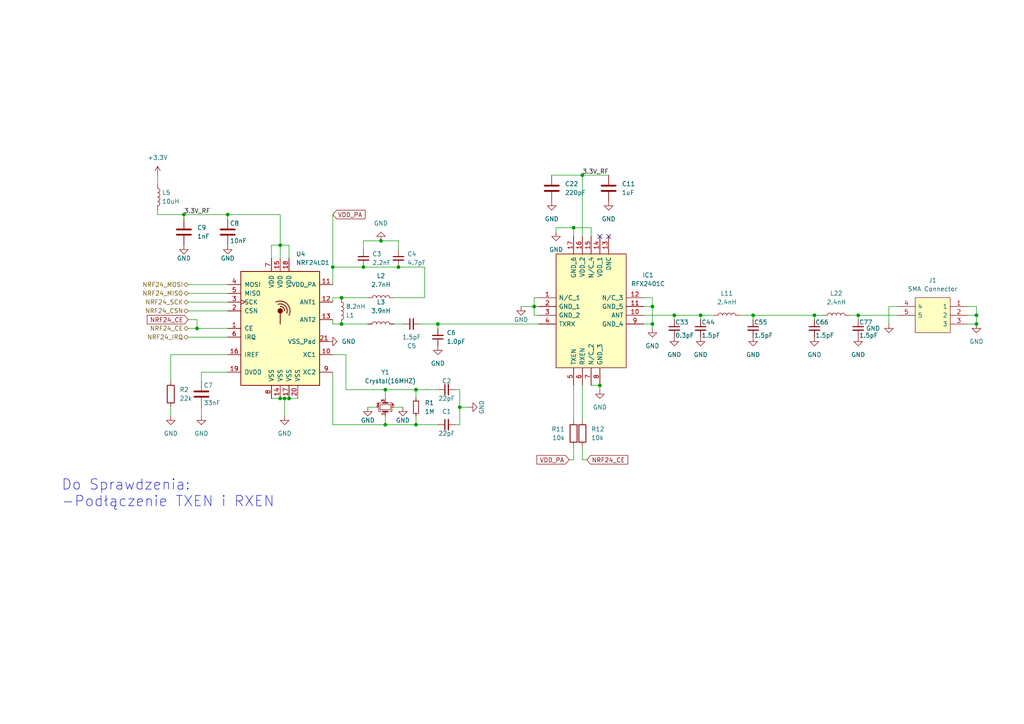
<source format=kicad_sch>
(kicad_sch (version 20211123) (generator eeschema)
  (paper "A4")
  (lib_symbols
    (symbol "Device:C" (pin_numbers hide) (pin_names (offset 0.254))
      (property "Reference" "C" (at 0.635 2.54 0))
      (property "Value" "C" (at 0.635 -2.54 0))
      (symbol "C_0_1"
        (polyline (pts (xy -2.032 -0.762) (xy 2.032 -0.762)) (stroke (width 0.508)))
        (polyline (pts (xy -2.032 0.762) (xy 2.032 0.762)) (stroke (width 0.508)))
      )
      (symbol "C_1_1"
        (pin passive line (at 0 3.81 270) (length 2.794) (name "~") (number "1"))
        (pin passive line (at 0 -3.81 90) (length 2.794) (name "~") (number "2"))
      )
    )
    (symbol "Device:C_Small" (pin_numbers hide) (pin_names (offset 0.254) hide)
      (property "Reference" "C" (at 0.254 1.778 0))
      (property "Value" "C_Small" (at 0.254 -2.032 0))
      (symbol "C_Small_0_1"
        (polyline (pts (xy -1.524 -0.508) (xy 1.524 -0.508)) (stroke (width 0.3302)))
        (polyline (pts (xy -1.524 0.508) (xy 1.524 0.508)) (stroke (width 0.3048)))
      )
      (symbol "C_Small_1_1"
        (pin passive line (at 0 2.54 270) (length 2.032) (name "~") (number "1"))
        (pin passive line (at 0 -2.54 90) (length 2.032) (name "~") (number "2"))
      )
    )
    (symbol "Device:Crystal_GND24_Small" (pin_names (offset 1.016) hide)
      (property "Reference" "Y" (at 1.27 4.445 0))
      (property "Value" "Crystal_GND24_Small" (at 1.27 2.54 0))
      (symbol "Crystal_GND24_Small_0_1"
        (rectangle (start -0.762 -1.524) (end 0.762 1.524))
        (polyline (pts (xy -1.27 -0.762) (xy -1.27 0.762)) (stroke (width 0.381)))
        (polyline (pts (xy 1.27 -0.762) (xy 1.27 0.762)) (stroke (width 0.381)))
        (polyline (pts (xy -1.27 -1.27) (xy -1.27 -1.905) (xy 1.27 -1.905) (xy 1.27 -1.27)))
        (polyline (pts (xy -1.27 1.27) (xy -1.27 1.905) (xy 1.27 1.905) (xy 1.27 1.27)))
      )
      (symbol "Crystal_GND24_Small_1_1"
        (pin passive line (at -2.54 0 0) (length 1.27) (name "1") (number "1"))
        (pin passive line (at 0 -2.54 90) (length 0.635) (name "2") (number "2"))
        (pin passive line (at 2.54 0 180) (length 1.27) (name "3") (number "3"))
        (pin passive line (at 0 2.54 270) (length 0.635) (name "4") (number "4"))
      )
    )
    (symbol "Device:L" (pin_numbers hide) (pin_names (offset 1.016) hide)
      (property "Reference" "L" (at -1.27 0 90))
      (property "Value" "L" (at 1.905 0 90))
      (symbol "L_0_1"
        (arc (start 0 -2.54) (mid 0.635 -1.905) (end 0 -1.27))
        (arc (start 0 -1.27) (mid 0.635 -0.635) (end 0 0))
        (arc (start 0 0) (mid 0.635 0.635) (end 0 1.27))
        (arc (start 0 1.27) (mid 0.635 1.905) (end 0 2.54))
      )
      (symbol "L_1_1"
        (pin passive line (at 0 3.81 270) (length 1.27) (name "1") (number "1"))
        (pin passive line (at 0 -3.81 90) (length 1.27) (name "2") (number "2"))
      )
    )
    (symbol "Device:R" (pin_numbers hide) (pin_names (offset 0))
      (property "Reference" "R" (at 2.032 0 90))
      (property "Value" "R" (at 0 0 90))
      (symbol "R_0_1"
        (rectangle (start -1.016 -2.54) (end 1.016 2.54) (stroke (width 0.254)))
      )
      (symbol "R_1_1"
        (pin passive line (at 0 3.81 270) (length 1.27) (name "~") (number "1"))
        (pin passive line (at 0 -3.81 90) (length 1.27) (name "~") (number "2"))
      )
    )
    (symbol "Device:R_Small" (pin_numbers hide) (pin_names (offset 0.254) hide)
      (property "Reference" "R" (at 0.762 0.508 0))
      (property "Value" "R_Small" (at 0.762 -1.016 0))
      (symbol "R_Small_0_1"
        (rectangle (start -0.762 1.778) (end 0.762 -1.778) (stroke (width 0.2032)))
      )
      (symbol "R_Small_1_1"
        (pin passive line (at 0 2.54 270) (length 0.762) (name "~") (number "1"))
        (pin passive line (at 0 -2.54 90) (length 0.762) (name "~") (number "2"))
      )
    )
    (symbol "RF:NRF24L01" (pin_names (offset 1.016))
      (property "Reference" "U3" (at 4.5594 21.59 0))
      (property "Value" "NRF24L01" (at 4.5594 19.05 0))
      (symbol "NRF24L01_0_1"
        (rectangle (start -11.43 16.51) (end 11.43 -16.51) (stroke (width 0.254)) (fill (type background)))
        (polyline (pts (xy 0 4.445) (xy 0 1.27)) (stroke (width 0.254)))
        (circle (center 0 5.08) (radius 0.635) (stroke (width 0.254)) (fill (type outline)))
        (arc (start 1.27 5.08) (mid 0.9071 5.9946) (end 0 6.35) (stroke (width 0.254)))
        (arc (start 1.905 4.445) (mid 1.4313 6.5254) (end -0.635 6.985) (stroke (width 0.254)))
        (arc (start 2.54 3.81) (mid 2.008 7.088) (end -1.27 7.62) (stroke (width 0.254)))
        (rectangle (start 11.43 -13.97) (end 11.43 -13.97))
      )
      (symbol "NRF24L01_1_1"
        (pin input line (at -15.24 0 0) (length 3.81) (name "CE") (number "1"))
        (pin passive line (at 15.24 -7.62 180) (length 3.81) (name "XC1") (number "10"))
        (pin power_out line (at 15.24 12.7 180) (length 3.81) (name "VDD_PA") (number "11"))
        (pin passive line (at 15.24 7.62 180) (length 3.81) (name "ANT1") (number "12"))
        (pin passive line (at 15.24 2.54 180) (length 3.81) (name "ANT2") (number "13"))
        (pin power_in line (at 0 -20.32 90) (length 3.81) (name "VSS") (number "14"))
        (pin power_in line (at 0 20.32 270) (length 3.81) (name "VDD") (number "15"))
        (pin passive line (at -15.24 -7.62 0) (length 3.81) (name "IREF") (number "16"))
        (pin power_in line (at 2.54 -20.32 90) (length 3.81) (name "VSS") (number "17"))
        (pin power_in line (at 2.54 20.32 270) (length 3.81) (name "VDD") (number "18"))
        (pin power_out line (at -15.24 -12.7 0) (length 3.81) (name "DVDD") (number "19"))
        (pin input line (at -15.24 5.08 0) (length 3.81) (name "CSN") (number "2"))
        (pin power_in line (at 5.08 -20.32 90) (length 3.81) (name "VSS") (number "20"))
        (pin power_in line (at 13.97 -3.81 180) (length 2.54) (name "VSS_Pad") (number "21"))
        (pin input clock (at -15.24 7.62 0) (length 3.81) (name "SCK") (number "3"))
        (pin input line (at -15.24 12.7 0) (length 3.81) (name "MOSI") (number "4"))
        (pin output line (at -15.24 10.16 0) (length 3.81) (name "MISO") (number "5"))
        (pin output line (at -15.24 -2.54 0) (length 3.81) (name "IRQ") (number "6"))
        (pin power_in line (at -2.54 20.32 270) (length 3.81) (name "VDD") (number "7"))
        (pin power_in line (at -2.54 -20.32 90) (length 3.81) (name "VSS") (number "8"))
        (pin passive line (at 15.24 -12.7 180) (length 3.81) (name "XC2") (number "9"))
      )
    )
    (symbol "RFX2401C:RFX2401C" (pin_names (offset 0.762))
      (property "Reference" "IC?" (at 31.75 6.5788 0))
      (property "Value" "RFX2401C" (at 31.75 4.0388 0))
      (symbol "RFX2401C_0_0"
        (pin passive line (at 0 0 0) (length 5.08) (name "N/C_1") (number "1"))
        (pin passive line (at 30.48 -5.08 180) (length 5.08) (name "ANT") (number "10"))
        (pin passive line (at 30.48 -2.54 180) (length 5.08) (name "GND_5") (number "11"))
        (pin passive line (at 30.48 0 180) (length 5.08) (name "N/C_3") (number "12"))
        (pin passive line (at 20.32 17.78 270) (length 5.08) (name "DNC") (number "13"))
        (pin passive line (at 17.78 17.78 270) (length 5.08) (name "VDD_1") (number "14"))
        (pin passive line (at 15.24 17.78 270) (length 5.08) (name "N/C_4") (number "15"))
        (pin passive line (at 12.7 17.78 270) (length 5.08) (name "VDD_2") (number "16"))
        (pin passive line (at 10.16 17.78 270) (length 5.08) (name "GND_6") (number "17"))
        (pin passive line (at 0 -2.54 0) (length 5.08) (name "GND_1") (number "2"))
        (pin passive line (at 0 -5.08 0) (length 5.08) (name "GND_2") (number "3"))
        (pin passive line (at 0 -7.62 0) (length 5.08) (name "TXRX") (number "4"))
        (pin passive line (at 10.16 -25.4 90) (length 5.08) (name "TXEN") (number "5"))
        (pin passive line (at 12.7 -25.4 90) (length 5.08) (name "RXEN") (number "6"))
        (pin passive line (at 15.24 -25.4 90) (length 5.08) (name "N/C_2") (number "7"))
        (pin passive line (at 17.78 -25.4 90) (length 5.08) (name "GND_3") (number "8"))
        (pin passive line (at 30.48 -7.62 180) (length 5.08) (name "GND_4") (number "9"))
      )
      (symbol "RFX2401C_0_1"
        (polyline (pts (xy 5.08 12.7) (xy 25.4 12.7) (xy 25.4 -20.32) (xy 5.08 -20.32) (xy 5.08 12.7)) (stroke (width 0.1524)))
        (rectangle (start 5.08 12.7) (end 25.4 -20.32) (fill (type background)))
      )
    )
    (symbol "SMA_Connector:73251-2201" (pin_names (offset 0.762))
      (property "Reference" "J?" (at 10.16 7.62 0))
      (property "Value" "SMA Connector" (at 10.16 5.08 0))
      (symbol "73251-2201_0_0"
        (pin passive line (at 0 0 0) (length 5.08) (name "1") (number "1"))
        (pin passive line (at 0 -2.54 0) (length 5.08) (name "2") (number "2"))
        (pin passive line (at 0 -5.08 0) (length 5.08) (name "3") (number "3"))
        (pin passive line (at 20.32 0 180) (length 5.08) (name "4") (number "4"))
        (pin passive line (at 20.32 -2.54 180) (length 5.08) (name "5") (number "5"))
      )
      (symbol "73251-2201_0_1"
        (polyline (pts (xy 5.08 2.54) (xy 15.24 2.54) (xy 15.24 -7.62) (xy 5.08 -7.62) (xy 5.08 2.54)) (stroke (width 0.1524)) (fill (type background)))
      )
    )
    (symbol "power:+3.3V" (power) (pin_names (offset 0))
      (property "Value" "+3.3V" (at 0 3.556 0))
      (symbol "+3.3V_0_1"
        (polyline (pts (xy -0.762 1.27) (xy 0 2.54)))
        (polyline (pts (xy 0 0) (xy 0 2.54)))
        (polyline (pts (xy 0 2.54) (xy 0.762 1.27)))
      )
      (symbol "+3.3V_1_1"
        (pin power_in line (at 0 0 90) (length 0) hide (name "+3.3V") (number "1"))
      )
    )
    (symbol "power:GND" (power) (pin_names (offset 0))
      (property "Value" "GND" (at 0 -3.81 0))
      (symbol "GND_0_1"
        (polyline (pts (xy 0 0) (xy 0 -1.27) (xy 1.27 -1.27) (xy 0 -2.54) (xy -1.27 -1.27) (xy 0 -1.27)))
      )
      (symbol "GND_1_1"
        (pin power_in line (at 0 0 270) (length 0) hide (name "GND") (number "1"))
      )
    )
  )
  (junction (at 111.76 113.03))
  (junction (at 83.82 115.57))
  (junction (at 248.92 91.44))
  (junction (at 57.15 95.25))
  (junction (at 195.58 91.44))
  (junction (at 99.06 86.36))
  (junction (at 154.94 88.9))
  (junction (at 283.21 91.44))
  (junction (at 53.34 62.23))
  (junction (at 81.28 115.57))
  (junction (at 236.22 91.44))
  (junction (at 133.35 118.11))
  (junction (at 99.06 93.98))
  (junction (at 203.2 91.44))
  (junction (at 96.52 77.47))
  (junction (at 173.99 111.76))
  (junction (at 168.91 50.8))
  (junction (at 283.21 93.98))
  (junction (at 81.28 71.12))
  (junction (at 82.55 115.57))
  (junction (at 120.65 123.19))
  (junction (at 166.37 66.04))
  (junction (at 115.57 77.47))
  (junction (at 110.49 69.85))
  (junction (at 105.41 77.47))
  (junction (at 66.04 62.23))
  (junction (at 189.23 93.98))
  (junction (at 127 93.98))
  (junction (at 189.23 88.9))
  (junction (at 120.65 113.03))
  (junction (at 111.76 123.19))
  (junction (at 218.44 91.44))
  (no_connect (at 173.99 68.58))
  (no_connect (at 176.53 68.58))
  (wire (pts (xy 45.72 62.23) (xy 53.34 62.23)))
  (wire (pts (xy 78.74 74.93) (xy 78.74 71.12)))
  (wire (pts (xy 160.02 50.8) (xy 168.91 50.8)))
  (wire (pts (xy 168.91 50.8) (xy 176.53 50.8)))
  (wire (pts (xy 203.2 91.44) (xy 203.2 92.71)))
  (wire (pts (xy 166.37 66.04) (xy 166.37 68.58)))
  (wire (pts (xy 171.45 66.04) (xy 166.37 66.04)))
  (wire (pts (xy 236.22 91.44) (xy 238.76 91.44)))
  (wire (pts (xy 82.55 115.57) (xy 83.82 115.57)))
  (wire (pts (xy 120.65 113.03) (xy 111.76 113.03)))
  (wire (pts (xy 189.23 93.98) (xy 189.23 95.25)))
  (wire (pts (xy 115.57 69.85) (xy 115.57 72.39)))
  (wire (pts (xy 186.69 86.36) (xy 189.23 86.36)))
  (wire (pts (xy 133.35 118.11) (xy 135.89 118.11)))
  (wire (pts (xy 151.13 88.9) (xy 154.94 88.9)))
  (wire (pts (xy 96.52 77.47) (xy 105.41 77.47)))
  (wire (pts (xy 132.08 113.03) (xy 133.35 113.03)))
  (wire (pts (xy 171.45 111.76) (xy 173.99 111.76)))
  (wire (pts (xy 168.91 50.8) (xy 168.91 68.58)))
  (wire (pts (xy 96.52 107.95) (xy 96.52 123.19)))
  (wire (pts (xy 54.61 87.63) (xy 66.04 87.63)))
  (wire (pts (xy 66.04 107.95) (xy 58.42 107.95)))
  (wire (pts (xy 214.63 91.44) (xy 218.44 91.44)))
  (wire (pts (xy 57.15 95.25) (xy 54.61 95.25)))
  (wire (pts (xy 132.08 123.19) (xy 133.35 123.19)))
  (wire (pts (xy 156.21 91.44) (xy 154.94 91.44)))
  (wire (pts (xy 54.61 90.17) (xy 66.04 90.17)))
  (wire (pts (xy 236.22 91.44) (xy 236.22 92.71)))
  (wire (pts (xy 189.23 88.9) (xy 189.23 93.98)))
  (wire (pts (xy 161.29 67.31) (xy 161.29 66.04)))
  (wire (pts (xy 114.3 93.98) (xy 116.84 93.98)))
  (wire (pts (xy 96.52 62.23) (xy 96.52 77.47)))
  (wire (pts (xy 83.82 74.93) (xy 83.82 71.12)))
  (wire (pts (xy 218.44 91.44) (xy 218.44 92.71)))
  (wire (pts (xy 49.53 102.87) (xy 49.53 110.49)))
  (wire (pts (xy 186.69 88.9) (xy 189.23 88.9)))
  (wire (pts (xy 45.72 60.96) (xy 45.72 62.23)))
  (wire (pts (xy 173.99 113.03) (xy 173.99 111.76)))
  (wire (pts (xy 115.57 77.47) (xy 123.19 77.47)))
  (wire (pts (xy 165.1 133.35) (xy 166.37 133.35)))
  (wire (pts (xy 66.04 95.25) (xy 57.15 95.25)))
  (wire (pts (xy 96.52 93.98) (xy 99.06 93.98)))
  (wire (pts (xy 120.65 113.03) (xy 120.65 115.57)))
  (wire (pts (xy 283.21 88.9) (xy 283.21 91.44)))
  (wire (pts (xy 121.92 93.98) (xy 127 93.98)))
  (wire (pts (xy 246.38 91.44) (xy 248.92 91.44)))
  (wire (pts (xy 58.42 118.11) (xy 58.42 120.65)))
  (wire (pts (xy 99.06 93.98) (xy 106.68 93.98)))
  (wire (pts (xy 120.65 123.19) (xy 111.76 123.19)))
  (wire (pts (xy 78.74 115.57) (xy 81.28 115.57)))
  (wire (pts (xy 111.76 120.65) (xy 111.76 123.19)))
  (wire (pts (xy 218.44 91.44) (xy 236.22 91.44)))
  (wire (pts (xy 133.35 113.03) (xy 133.35 118.11)))
  (wire (pts (xy 127 93.98) (xy 127 95.25)))
  (wire (pts (xy 66.04 62.23) (xy 81.28 62.23)))
  (wire (pts (xy 99.06 86.36) (xy 106.68 86.36)))
  (wire (pts (xy 186.69 93.98) (xy 189.23 93.98)))
  (wire (pts (xy 154.94 86.36) (xy 154.94 88.9)))
  (wire (pts (xy 154.94 88.9) (xy 156.21 88.9)))
  (wire (pts (xy 168.91 129.54) (xy 168.91 133.35)))
  (wire (pts (xy 78.74 71.12) (xy 81.28 71.12)))
  (wire (pts (xy 168.91 111.76) (xy 168.91 121.92)))
  (wire (pts (xy 49.53 102.87) (xy 66.04 102.87)))
  (wire (pts (xy 189.23 86.36) (xy 189.23 88.9)))
  (wire (pts (xy 100.33 113.03) (xy 111.76 113.03)))
  (wire (pts (xy 168.91 133.35) (xy 170.18 133.35)))
  (wire (pts (xy 105.41 72.39) (xy 105.41 69.85)))
  (wire (pts (xy 280.67 91.44) (xy 283.21 91.44)))
  (wire (pts (xy 83.82 115.57) (xy 86.36 115.57)))
  (wire (pts (xy 166.37 133.35) (xy 166.37 129.54)))
  (wire (pts (xy 81.28 71.12) (xy 81.28 74.93)))
  (wire (pts (xy 49.53 118.11) (xy 49.53 120.65)))
  (wire (pts (xy 96.52 86.36) (xy 99.06 86.36)))
  (wire (pts (xy 54.61 92.71) (xy 57.15 92.71)))
  (wire (pts (xy 120.65 120.65) (xy 120.65 123.19)))
  (wire (pts (xy 133.35 118.11) (xy 133.35 123.19)))
  (wire (pts (xy 96.52 87.63) (xy 96.52 86.36)))
  (wire (pts (xy 96.52 123.19) (xy 111.76 123.19)))
  (wire (pts (xy 260.35 88.9) (xy 257.81 88.9)))
  (wire (pts (xy 83.82 71.12) (xy 81.28 71.12)))
  (wire (pts (xy 96.52 77.47) (xy 96.52 82.55)))
  (wire (pts (xy 96.52 102.87) (xy 100.33 102.87)))
  (wire (pts (xy 66.04 63.5) (xy 66.04 62.23)))
  (wire (pts (xy 105.41 69.85) (xy 110.49 69.85)))
  (wire (pts (xy 260.35 91.44) (xy 248.92 91.44)))
  (wire (pts (xy 195.58 92.71) (xy 195.58 91.44)))
  (wire (pts (xy 109.22 118.11) (xy 106.68 118.11)))
  (wire (pts (xy 154.94 88.9) (xy 154.94 91.44)))
  (wire (pts (xy 127 93.98) (xy 156.21 93.98)))
  (wire (pts (xy 283.21 93.98) (xy 280.67 93.98)))
  (wire (pts (xy 186.69 91.44) (xy 195.58 91.44)))
  (wire (pts (xy 105.41 77.47) (xy 115.57 77.47)))
  (wire (pts (xy 54.61 82.55) (xy 66.04 82.55)))
  (wire (pts (xy 82.55 120.65) (xy 82.55 115.57)))
  (wire (pts (xy 96.52 92.71) (xy 96.52 93.98)))
  (wire (pts (xy 111.76 113.03) (xy 111.76 115.57)))
  (wire (pts (xy 280.67 88.9) (xy 283.21 88.9)))
  (wire (pts (xy 81.28 115.57) (xy 82.55 115.57)))
  (wire (pts (xy 257.81 88.9) (xy 257.81 93.98)))
  (wire (pts (xy 54.61 97.79) (xy 66.04 97.79)))
  (wire (pts (xy 100.33 102.87) (xy 100.33 113.03)))
  (wire (pts (xy 58.42 107.95) (xy 58.42 110.49)))
  (wire (pts (xy 123.19 86.36) (xy 114.3 86.36)))
  (wire (pts (xy 127 113.03) (xy 120.65 113.03)))
  (wire (pts (xy 81.28 62.23) (xy 81.28 71.12)))
  (wire (pts (xy 110.49 69.85) (xy 115.57 69.85)))
  (wire (pts (xy 248.92 91.44) (xy 248.92 92.71)))
  (wire (pts (xy 53.34 63.5) (xy 53.34 62.23)))
  (wire (pts (xy 53.34 62.23) (xy 66.04 62.23)))
  (wire (pts (xy 171.45 68.58) (xy 171.45 66.04)))
  (wire (pts (xy 123.19 77.47) (xy 123.19 86.36)))
  (wire (pts (xy 283.21 91.44) (xy 283.21 93.98)))
  (wire (pts (xy 54.61 85.09) (xy 66.04 85.09)))
  (wire (pts (xy 127 123.19) (xy 120.65 123.19)))
  (wire (pts (xy 45.72 50.8) (xy 45.72 53.34)))
  (wire (pts (xy 203.2 91.44) (xy 207.01 91.44)))
  (wire (pts (xy 57.15 92.71) (xy 57.15 95.25)))
  (wire (pts (xy 166.37 111.76) (xy 166.37 121.92)))
  (wire (pts (xy 156.21 86.36) (xy 154.94 86.36)))
  (wire (pts (xy 161.29 66.04) (xy 166.37 66.04)))
  (wire (pts (xy 114.3 118.11) (xy 116.84 118.11)))
  (wire (pts (xy 195.58 91.44) (xy 203.2 91.44)))
  (text "Do Sprawdzenia:\n-Podłączenie TXEN i RXEN\n" (at 17.78 147.32 0) (effects (font (size 3 3)) (justify left bottom)))
  (label "3.3V_RF" (at 53.34 62.23 0))
  (label "3.3V_RF" (at 168.91 50.8 0))
  (global_label "NRF24_CE" (shape input) (at 170.18 133.35 0) (property "Intersheet References" "${INTERSHEET_REFS}" (effects hide)))
  (global_label "NRF24_CE" (shape input) (at 54.61 92.71 180) (property "Intersheet References" "${INTERSHEET_REFS}" (effects hide)))
  (global_label "VDD_PA" (shape input) (at 96.52 62.23 0) (property "Intersheet References" "${INTERSHEET_REFS}" (effects hide)))
  (global_label "VDD_PA" (shape input) (at 165.1 133.35 180) (property "Intersheet References" "${INTERSHEET_REFS}" (effects hide)))
  (hierarchical_label "NRF24_MOSI" (shape bidirectional) (at 54.61 82.55 180))
  (hierarchical_label "NRF24_CE" (shape bidirectional) (at 54.61 95.25 180))
  (hierarchical_label "NRF24_MISO" (shape bidirectional) (at 54.61 85.09 180))
  (hierarchical_label "NRF24_IRQ" (shape bidirectional) (at 54.61 97.79 180))
  (hierarchical_label "NRF24_SCK" (shape bidirectional) (at 54.61 87.63 180))
  (hierarchical_label "NRF24_CSN" (shape bidirectional) (at 54.61 90.17 180))
  (symbol (lib_id "power:GND") (at 195.58 97.79 0) (unit 1)
    (property "Reference" "#PWR0127" (effects hide))
    (property "Value" "GND" (at 195.58 102.87 0))
  )
  (symbol (lib_id "Device:C_Small") (at 129.54 113.03 90) (mirror x) (unit 1)
    (property "Reference" "C2" (at 129.54 110.49 90))
    (property "Value" "22pF" (at 129.54 115.57 90))
    (property "Footprint" "Capacitor_SMD:C_0402_1005Metric" (effects hide))
  )
  (symbol (lib_id "power:GND") (at 110.49 69.85 180) (unit 1)
    (property "Reference" "#PWR0139" (effects hide))
    (property "Value" "GND" (at 110.49 64.77 0))
  )
  (symbol (lib_id "power:GND") (at 248.92 97.79 0) (unit 1)
    (property "Reference" "#PWR0146" (effects hide))
    (property "Value" "GND" (at 248.92 102.87 0))
  )
  (symbol (lib_id "power:GND") (at 66.04 71.12 0) (unit 1)
    (property "Reference" "#PWR0142" (effects hide))
    (property "Value" "GND" (at 66.04 74.93 0))
  )
  (symbol (lib_id "power:GND") (at 203.2 97.79 0) (unit 1)
    (property "Reference" "#PWR0126" (effects hide))
    (property "Value" "GND" (at 203.2 102.87 0))
  )
  (symbol (lib_id "RFX2401C:RFX2401C") (at 156.21 86.36 0) (unit 1)
    (property "Reference" "IC1" (at 187.96 79.7812 0))
    (property "Value" "RFX2401C" (at 187.96 82.3212 0))
    (property "Footprint" "Telemetry:QFN50P300X300X60-17N-D" (effects hide))
    (property "Datasheet" "https://eu.mouser.com/datasheet/2/472/RFX2401C_204359B-1524606.pdf" (effects hide))
    (property "Description" "RF Front End 2.4GHz ZigBee/ISM RFeIC PA+LNA+SPDT" (effects hide))
    (property "Height" "0.6" (effects hide))
    (property "Manufacturer_Name" "Skyworks" (effects hide))
    (property "Manufacturer_Part_Number" "RFX2401C" (effects hide))
    (property "Mouser Part Number" "477-RFX2401C" (effects hide))
    (property "Mouser Price/Stock" "https://www.mouser.co.uk/ProductDetail/Skyworks-Solutions-Inc/RFX2401C?qs=dBWc1juS%252B3ydEXrKsuxQ7A%3D%3D" (effects hide))
  )
  (symbol (lib_id "power:GND") (at 161.29 67.31 0) (unit 1)
    (property "Reference" "#PWR0132" (effects hide))
    (property "Value" "GND" (at 161.29 72.39 0))
  )
  (symbol (lib_id "Device:C_Small") (at 203.2 95.25 0) (unit 1)
    (property "Reference" "C44" (at 203.454 93.472 0) (effects (justify left)))
    (property "Value" "1.5pF" (at 203.454 97.282 0) (effects (justify left)))
    (property "Footprint" "Capacitor_SMD:C_0402_1005Metric" (effects hide))
  )
  (symbol (lib_id "Device:C") (at 58.42 114.3 0) (unit 1)
    (property "Reference" "C7" (at 59.055 111.76 0) (effects (justify left)))
    (property "Value" "33nF" (at 59.055 116.84 0) (effects (justify left)))
    (property "Footprint" "Capacitor_SMD:C_0402_1005Metric" (effects hide))
  )
  (symbol (lib_id "Device:L") (at 110.49 86.36 90) (unit 1)
    (property "Reference" "L2" (at 110.49 80.01 90))
    (property "Value" "2.7nH" (at 110.49 82.55 90))
    (property "Footprint" "Inductor_SMD:L_0402_1005Metric" (effects hide))
  )
  (symbol (lib_id "Device:C_Small") (at 195.58 95.25 0) (unit 1)
    (property "Reference" "C33" (at 195.834 93.472 0) (effects (justify left)))
    (property "Value" "0.3pF" (at 195.834 97.282 0) (effects (justify left)))
    (property "Footprint" "Capacitor_SMD:C_0402_1005Metric" (effects hide))
  )
  (symbol (lib_id "Device:C_Small") (at 248.92 95.25 0) (unit 1)
    (property "Reference" "C77" (at 249.174 93.472 0) (effects (justify left)))
    (property "Value" "1.5pF" (at 249.174 97.282 0) (effects (justify left)))
    (property "Footprint" "Capacitor_SMD:C_0402_1005Metric" (effects hide))
  )
  (symbol (lib_id "Device:R_Small") (at 120.65 118.11 0) (unit 1)
    (property "Reference" "R1" (at 123.19 116.8399 0) (effects (justify left)))
    (property "Value" "1M" (at 123.19 119.3799 0) (effects (justify left)))
    (property "Footprint" "Resistor_SMD:R_0402_1005Metric" (effects hide))
  )
  (symbol (lib_id "power:GND") (at 95.25 99.06 90) (unit 1)
    (property "Reference" "#PWR0138" (effects hide))
    (property "Value" "GND" (at 99.06 99.0599 90) (effects (justify right)))
  )
  (symbol (lib_id "power:GND") (at 218.44 97.79 0) (unit 1)
    (property "Reference" "#PWR0128" (effects hide))
    (property "Value" "GND" (at 218.44 102.87 0))
  )
  (symbol (lib_id "power:GND") (at 82.55 120.65 0) (unit 1)
    (property "Reference" "#PWR0131" (effects hide))
    (property "Value" "GND" (at 82.55 125.73 0))
  )
  (symbol (lib_id "Device:L") (at 99.06 90.17 0) (mirror x) (unit 1)
    (property "Reference" "L1" (at 100.33 91.4401 0) (effects (justify left)))
    (property "Value" "8.2nH" (at 100.33 88.9001 0) (effects (justify left)))
    (property "Footprint" "Inductor_SMD:L_0402_1005Metric" (effects hide))
  )
  (symbol (lib_id "power:GND") (at 58.42 120.65 0) (unit 1)
    (property "Reference" "#PWR0129" (effects hide))
    (property "Value" "GND" (at 58.42 125.73 0))
  )
  (symbol (lib_id "Device:C_Small") (at 115.57 74.93 0) (unit 1)
    (property "Reference" "C4" (at 118.11 73.6662 0) (effects (justify left)))
    (property "Value" "4.7pF" (at 118.11 76.2062 0) (effects (justify left)))
    (property "Footprint" "Capacitor_SMD:C_0402_1005Metric" (effects hide))
  )
  (symbol (lib_id "Device:L") (at 210.82 91.44 90) (unit 1)
    (property "Reference" "L11" (at 210.82 85.09 90))
    (property "Value" "2.4nH" (at 210.82 87.63 90))
    (property "Footprint" "Inductor_SMD:L_0402_1005Metric" (effects hide))
  )
  (symbol (lib_id "power:GND") (at 151.13 88.9 0) (unit 1)
    (property "Reference" "#PWR0135" (effects hide))
    (property "Value" "GND" (at 151.13 92.71 0))
  )
  (symbol (lib_id "Device:R") (at 168.91 125.73 0) (unit 1)
    (property "Reference" "R12" (at 171.45 124.4599 0) (effects (justify left)))
    (property "Value" "10k" (at 171.45 126.9999 0) (effects (justify left)))
    (property "Footprint" "Resistor_SMD:R_0402_1005Metric" (effects hide))
  )
  (symbol (lib_id "Device:C_Small") (at 119.38 93.98 90) (mirror x) (unit 1)
    (property "Reference" "C5" (at 119.3863 100.33 90))
    (property "Value" "1.5pF" (at 119.3863 97.79 90))
    (property "Footprint" "Capacitor_SMD:C_0402_1005Metric" (effects hide))
  )
  (symbol (lib_id "RF:NRF24L01") (at 81.28 95.25 0) (unit 1)
    (property "Reference" "U4" (at 85.8394 73.66 0) (effects (justify left)))
    (property "Value" "NRF24L01" (at 85.8394 76.2 0) (effects (justify left)))
    (property "Footprint" "Package_DFN_QFN:QFN-20-1EP_3.5x3.5mm_P0.5mm_EP2x2mm_ThermalVias" (effects hide))
    (property "Datasheet" "http://www.nordicsemi.com/eng/content/download/2730/34105/file/nRF24L01_Product_Specification_v2_0.pdf" (effects hide))
  )
  (symbol (lib_id "Device:Crystal_GND24_Small") (at 111.76 118.11 270) (mirror x) (unit 1)
    (property "Reference" "Y1" (at 113.03 107.95 90) (effects (justify right)))
    (property "Value" "Crystal(16MHZ)" (at 120.65 110.49 90) (effects (justify right)))
    (property "Footprint" "Crystal:Crystal_SMD_2520-4Pin_2.5x2.0mm" (effects hide))
  )
  (symbol (lib_id "Device:L") (at 45.72 57.15 0) (unit 1)
    (property "Reference" "L5" (at 48.26 55.88 0))
    (property "Value" "10uH" (at 49.53 58.42 0))
    (property "Footprint" "Inductor_SMD:L_0402_1005Metric" (effects hide))
  )
  (symbol (lib_id "power:GND") (at 53.34 71.12 0) (unit 1)
    (property "Reference" "#PWR0140" (effects hide))
    (property "Value" "GND" (at 53.34 74.93 0))
  )
  (symbol (lib_id "power:GND") (at 116.84 118.11 0) (unit 1)
    (property "Reference" "#PWR0122" (effects hide))
    (property "Value" "GND" (at 116.84 121.92 0))
  )
  (symbol (lib_id "power:+3.3V") (at 45.72 50.8 0) (unit 1)
    (property "Reference" "#PWR0141" (effects hide))
    (property "Value" "+3.3V" (at 45.72 45.72 0))
  )
  (symbol (lib_id "power:GND") (at 49.53 120.65 0) (unit 1)
    (property "Reference" "#PWR0130" (effects hide))
    (property "Value" "GND" (at 49.53 125.73 0))
  )
  (symbol (lib_id "power:GND") (at 135.89 118.11 90) (unit 1)
    (property "Reference" "#PWR0121" (effects hide))
    (property "Value" "GND" (at 139.7 118.11 0))
  )
  (symbol (lib_id "Device:C_Small") (at 218.44 95.25 0) (unit 1)
    (property "Reference" "C55" (at 218.694 93.472 0) (effects (justify left)))
    (property "Value" "1.5pF" (at 218.694 97.282 0) (effects (justify left)))
    (property "Footprint" "Capacitor_SMD:C_0402_1005Metric" (effects hide))
  )
  (symbol (lib_id "Device:C_Small") (at 105.41 74.93 0) (unit 1)
    (property "Reference" "C3" (at 107.95 73.6662 0) (effects (justify left)))
    (property "Value" "2.2nF" (at 107.95 76.2062 0) (effects (justify left)))
    (property "Footprint" "Capacitor_SMD:C_0402_1005Metric" (effects hide))
  )
  (symbol (lib_id "power:GND") (at 127 100.33 0) (unit 1)
    (property "Reference" "#PWR0124" (effects hide))
    (property "Value" "GND" (at 127 105.41 0))
  )
  (symbol (lib_id "Device:C_Small") (at 236.22 95.25 0) (unit 1)
    (property "Reference" "C66" (at 236.474 93.472 0) (effects (justify left)))
    (property "Value" "1.5pF" (at 236.474 97.282 0) (effects (justify left)))
    (property "Footprint" "Capacitor_SMD:C_0402_1005Metric" (effects hide))
  )
  (symbol (lib_id "power:GND") (at 236.22 97.79 0) (unit 1)
    (property "Reference" "#PWR0145" (effects hide))
    (property "Value" "GND" (at 236.22 102.87 0))
  )
  (symbol (lib_id "power:GND") (at 176.53 58.42 0) (unit 1)
    (property "Reference" "#PWR0133" (effects hide))
    (property "Value" "GND" (at 176.53 63.5 0))
  )
  (symbol (lib_id "Device:C_Small") (at 127 97.79 180) (unit 1)
    (property "Reference" "C6" (at 129.54 96.5135 0) (effects (justify right)))
    (property "Value" "1.0pF" (at 129.54 99.0535 0) (effects (justify right)))
    (property "Footprint" "Capacitor_SMD:C_0402_1005Metric" (effects hide))
  )
  (symbol (lib_id "Device:R") (at 166.37 125.73 0) (mirror x) (unit 1)
    (property "Reference" "R11" (at 163.83 124.4599 0) (effects (justify right)))
    (property "Value" "10k" (at 163.83 126.9999 0) (effects (justify right)))
    (property "Footprint" "Resistor_SMD:R_0402_1005Metric" (effects hide))
  )
  (symbol (lib_id "Device:C") (at 66.04 67.31 0) (unit 1)
    (property "Reference" "C8" (at 66.675 64.77 0) (effects (justify left)))
    (property "Value" "10nF" (at 66.675 69.85 0) (effects (justify left)))
    (property "Footprint" "Capacitor_SMD:C_0402_1005Metric" (effects hide))
  )
  (symbol (lib_id "Device:C_Small") (at 129.54 123.19 90) (mirror x) (unit 1)
    (property "Reference" "C1" (at 129.54 119.38 90))
    (property "Value" "22pF" (at 129.54 125.73 90))
    (property "Footprint" "Capacitor_SMD:C_0402_1005Metric" (effects hide))
  )
  (symbol (lib_id "power:GND") (at 173.99 113.03 0) (unit 1)
    (property "Reference" "#PWR0134" (effects hide))
    (property "Value" "GND" (at 173.99 118.11 0))
  )
  (symbol (lib_id "power:GND") (at 257.81 93.98 0) (mirror y) (unit 1)
    (property "Reference" "#PWR0143" (effects hide))
    (property "Value" "GND" (at 255.27 95.2499 0) (effects (justify left)))
  )
  (symbol (lib_id "Device:L") (at 110.49 93.98 90) (unit 1)
    (property "Reference" "L3" (at 110.49 87.63 90))
    (property "Value" "3.9nH" (at 110.49 90.17 90))
    (property "Footprint" "Inductor_SMD:L_0402_1005Metric" (effects hide))
  )
  (symbol (lib_id "SMA_Connector:73251-2201") (at 280.67 88.9 0) (mirror y) (unit 1)
    (property "Reference" "J1" (at 270.51 81.28 0))
    (property "Value" "SMA Connector" (at 270.51 83.82 0))
    (property "Footprint" "Telemetry:73251-2200" (effects hide))
    (property "Datasheet" "http://www.molex.com/pdm_docs/sd/732512201_sd.pdf" (effects hide))
    (property "Description" "SMA Jack PCB gold plated 50 Ohms 90deg Molex Right Angle 50 Through Hole SMA Connector, jack, Solder Termination" (effects hide))
    (property "Manufacturer_Name" "Molex" (effects hide))
    (property "Manufacturer_Part_Number" "73251-2201" (effects hide))
    (property "Mouser Part Number" "538-73251-2201" (effects hide))
    (property "Mouser Price/Stock" "https://www.mouser.co.uk/ProductDetail/Molex/73251-2201?qs=R7%2FZKp6KZ2ZO8MMVHpUpcA%3D%3D" (effects hide))
  )
  (symbol (lib_id "power:GND") (at 283.21 93.98 0) (mirror y) (unit 1)
    (property "Reference" "#PWR0144" (effects hide))
    (property "Value" "GND" (at 283.21 99.06 0))
  )
  (symbol (lib_id "power:GND") (at 189.23 95.25 0) (unit 1)
    (property "Reference" "#PWR0125" (effects hide))
    (property "Value" "GND" (at 189.23 100.33 0))
  )
  (symbol (lib_id "Device:C") (at 53.34 67.31 0) (unit 1)
    (property "Reference" "C9" (at 57.15 66.0399 0) (effects (justify left)))
    (property "Value" "1nF" (at 57.15 68.5799 0) (effects (justify left)))
    (property "Footprint" "Capacitor_SMD:C_0402_1005Metric" (effects hide))
  )
  (symbol (lib_id "power:GND") (at 160.02 58.42 0) (unit 1)
    (property "Reference" "#PWR0137" (effects hide))
    (property "Value" "GND" (at 160.02 63.5 0))
  )
  (symbol (lib_id "power:GND") (at 106.68 118.11 0) (mirror y) (unit 1)
    (property "Reference" "#PWR0123" (effects hide))
    (property "Value" "GND" (at 106.68 121.92 0))
  )
  (symbol (lib_id "Device:C") (at 176.53 54.61 0) (unit 1)
    (property "Reference" "C11" (at 180.34 53.3399 0) (effects (justify left)))
    (property "Value" "1uF" (at 180.34 55.8799 0) (effects (justify left)))
    (property "Footprint" "Capacitor_SMD:C_0402_1005Metric" (effects hide))
  )
  (symbol (lib_id "Device:C") (at 160.02 54.61 0) (unit 1)
    (property "Reference" "C22" (at 163.83 53.3399 0) (effects (justify left)))
    (property "Value" "220pF" (at 163.83 55.8799 0) (effects (justify left)))
    (property "Footprint" "Capacitor_SMD:C_0402_1005Metric" (effects hide))
  )
  (symbol (lib_id "Device:L") (at 242.57 91.44 90) (unit 1)
    (property "Reference" "L22" (at 242.57 85.09 90))
    (property "Value" "2.4nH" (at 242.57 87.63 90))
    (property "Footprint" "Inductor_SMD:L_0402_1005Metric" (effects hide))
  )
  (symbol (lib_id "Device:R") (at 49.53 114.3 0) (unit 1)
    (property "Reference" "R2" (at 52.07 113.0299 0) (effects (justify left)))
    (property "Value" "22k" (at 52.07 115.5699 0) (effects (justify left)))
    (property "Footprint" "Resistor_SMD:R_0402_1005Metric" (effects hide))
  )
)
</source>
